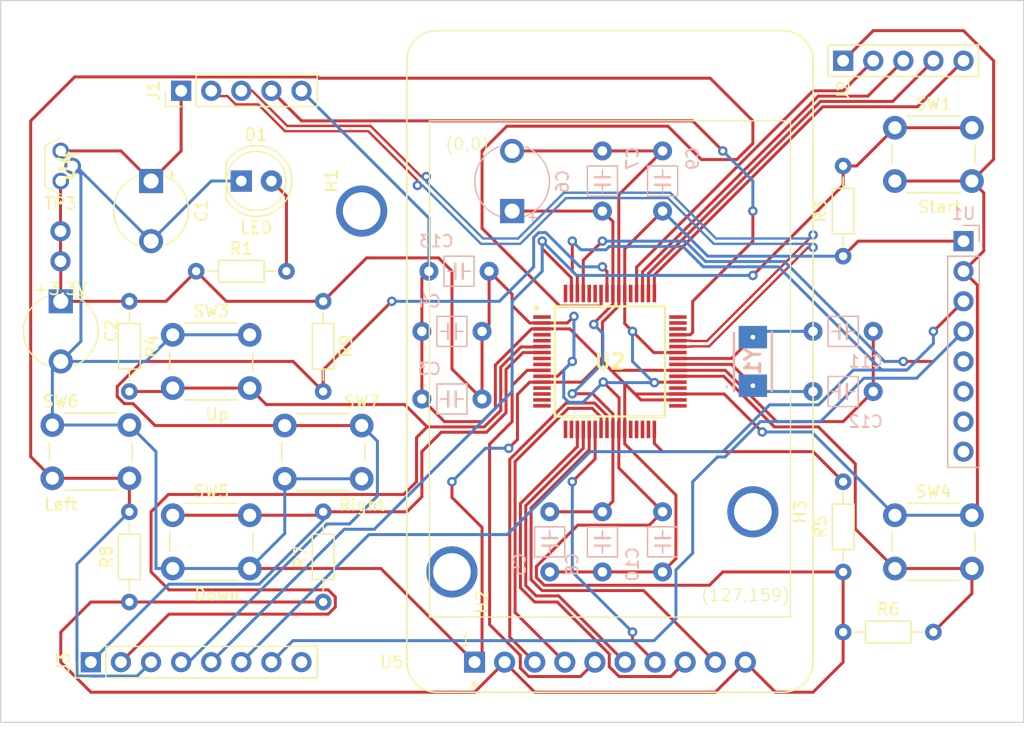
<source format=kicad_pcb>
(kicad_pcb (version 20221018) (generator pcbnew)
  (layers (0 "F.Cu" signal) (31 "B.Cu" signal) (34 "B.Paste" user) (35 "F.Paste" user) (36 "B.SilkS" user "B.Silkscreen") (37 "F.SilkS" user "F.Silkscreen") (38 "B.Mask" user) (39 "F.Mask" user) (44 "Edge.Cuts" user))
  (net 0 "")
  (net 1 "GND")
  (net 2 "+3V3")
  (net 3 "/LDO")
  (net 4 "/OSC1")
  (net 5 "/OSC2")
  (net 6 "Net-(D1-A)")
  (net 10 "/TCK")
  (net 11 "/TMS")
  (net 12 "/TDI")
  (net 13 "/TDO")
  (net 14 "PA5")
  (net 15 "PA4")
  (net 16 "PA2")
  (net 17 "PD3")
  (net 18 "PD1")
  (net 19 "PD0")
  (net 20 "PE1")
  (net 21 "PE0")
  (net 22 "PE3")
  (net 23 "PE2")
  (net 24 "Net-(U2-~{WAKE})")
  (net 25 "/Reset")
  (net 26 "PB6")
  (net 27 "PB7")
  (net 28 "PF4")
  (net 29 "PD7")
  (net 30 "PC7")
  (net 31 "PC6")
  (net 32 "PC5")
  (net 33 "PC4")
  (net 34 "PA0")
  (net 35 "PA1")
  (net 36 "PA3")
  (net 37 "PA6")
  (net 38 "PA7")
  (net 39 "PF0")
  (net 40 "PF1")
  (net 41 "PF2")
  (net 42 "PF3")
  (net 45 "Net-(J1-Pin_1)")
  (net 46 "PB0")
  (net 47 "PB1")
  (net 48 "PB2")
  (net 49 "PB3")
  (net 50 "PD6")
  (net 51 "PB5")
  (net 52 "PB4")
  (net 53 "PE4")
  (net 54 "PE5")
  (net 55 "PD2")
  (net 59 "D-")
  (net 60 "D+")
  (footprint "ECE445L:LED_D5.0mm" (layer "F.Cu") (at 121.92 63.5)
    (fp_text reference "D1")
    (fp_text value "LED")
  )
  (footprint "Connector_PinHeader_2.54mm:PinHeader_1x05_P2.54mm_Vertical" (layer "F.Cu") (at 116.84 55.88 90)
    (fp_text reference "J1")
    (fp_text value "Conn_01x05")
  )
  (footprint "ECE445L:R_Axial_DIN0204_L3.6mm_D1.6mm_P7.62mm_Horizontal" (layer "F.Cu") (at 128.83 73.66 -90)
    (fp_text reference "R9")
    (fp_text value "10k")
  )
  (footprint "ECE445L:CP_Radial_Tantal200mil" (layer "F.Cu") (at 114.3 63.5 -90)
    (fp_text reference "C1")
    (fp_text value "4.7uF")
  )
  (footprint "ECE445L:SW_PUSH_6mm" (layer "F.Cu") (at 116.13 76.49)
    (fp_text reference "SW3")
    (fp_text value "Up")
  )
  (footprint "ECE445L:SW_PUSH_6mm" (layer "F.Cu") (at 125.583076 84.152532)
    (fp_text reference "SW7")
    (fp_text value "Right")
  )
  (footprint "ECE445L:R_Axial_DIN0204_L3.6mm_D1.6mm_P7.62mm_Horizontal" (layer "F.Cu") (at 112.47 99.06 90)
    (fp_text reference "R8")
    (fp_text value "10k")
  )
  (footprint "ECE445L:CP_Radial_Tantal200mil" (layer "F.Cu") (at 106.68 73.66 -90)
    (fp_text reference "C2")
    (fp_text value "4.7uF")
  )
  (footprint "ECE445L:R_Axial_DIN0204_L3.6mm_D1.6mm_P7.62mm_Horizontal" (layer "F.Cu") (at 112.47 73.66 -90)
    (fp_text reference "R4")
    (fp_text value "10k")
  )
  (footprint "ECE445L:adafruit_st7735r2" (layer "F.Cu") (at 153.035 78.74)
    (fp_text reference "U5")
    (fp_text value "Adafruit ST7735R")
  )
  (footprint "ECE445L:TL431CLPM" (layer "F.Cu") (at 106.68 63.5 90)
    (fp_text reference "U4")
    (fp_text value "LP2950-33LPRE3" hide)
  )
  (footprint "ECE445L:R_Axial_DIN0204_L3.6mm_D1.6mm_P7.62mm_Horizontal" (layer "F.Cu") (at 172.72 69.85 90)
    (fp_text reference "R3")
    (fp_text value "10k")
  )
  (footprint "ECE445L:R_Axial_DIN0204_L3.6mm_D1.6mm_P7.62mm_Horizontal" (layer "F.Cu") (at 172.72 101.6)
    (fp_text reference "R6")
    (fp_text value "10k")
  )
  (footprint "ECE445L:MountingHole_4_40" (layer "F.Cu") (at 132.08 66.04 -90)
    (fp_text reference "H1")
    (fp_text value "~")
  )
  (footprint "Button_Switch_THT:SW_PUSH_6mm" (layer "F.Cu") (at 177.09 91.73)
    (fp_text reference "SW4")
    (fp_text value "Reset")
  )
  (footprint "ECE445L:R_Axial_DIN0204_L3.6mm_D1.6mm_P7.62mm_Horizontal" (layer "F.Cu") (at 118.11 71.12)
    (fp_text reference "R1")
    (fp_text value "470")
  )
  (footprint "ECE445L:SW_PUSH_6mm" (layer "F.Cu") (at 116.13 91.73)
    (fp_text reference "SW5")
    (fp_text value "Down")
  )
  (footprint "ECE445L:QFP50P1200X1200X160-64N" (layer "F.Cu") (at 153.035 78.74)
    (fp_text reference "U2")
    (fp_text value "TM4C123GH6PMIR" hide)
  )
  (footprint "ECE445L:Testpoint_1x02_P2.54mm" (layer "F.Cu") (at 106.657255 67.738469)
    (fp_text reference "TP3")
    (fp_text value "+3.3V")
  )
  (footprint "ECE445L:R_Axial_DIN0204_L3.6mm_D1.6mm_P7.62mm_Horizontal" (layer "F.Cu") (at 128.83 99.06 90)
    (fp_text reference "R7")
    (fp_text value "10k")
  )
  (footprint "ECE445L:MountingHole_4_40" (layer "F.Cu") (at 139.7 96.52 -90)
    (fp_text reference "H2")
    (fp_text value "~")
  )
  (footprint "ECE445L:SW_PUSH_6mm" (layer "F.Cu") (at 105.97 84.11)
    (fp_text reference "SW6")
    (fp_text value "Left")
  )
  (footprint "ECE445L:R_Axial_DIN0204_L3.6mm_D1.6mm_P7.62mm_Horizontal" (layer "F.Cu") (at 172.72 96.52 90)
    (fp_text reference "R5")
    (fp_text value "1M")
  )
  (footprint "ECE445L:PinHeader_1x05_P2.54mm_Vertical" (layer "F.Cu") (at 172.72 53.34 90)
    (fp_text reference "J2")
    (fp_text value "JTAG")
  )
  (footprint "Connector_PinHeader_2.54mm:PinHeader_1x08_P2.54mm_Vertical" (layer "F.Cu") (at 109.22 104.14 90)
    (fp_text reference "J3")
    (fp_text value "Conn_01x08_Pin")
  )
  (footprint "ECE445L:SW_PUSH_6mm" (layer "F.Cu") (at 177.09 59)
    (fp_text reference "SW1")
    (fp_text value "Start")
  )
  (footprint "ECE445L:MountingHole_4_40" (layer "F.Cu") (at 165.1 91.44 -90)
    (fp_text reference "H3")
    (fp_text value "~")
  )
  (footprint "ECE445L:C_Axial_200mil" (layer "B.Cu") (at 152.4 91.44 -90)
    (fp_text reference "C8")
    (fp_text value "0.1uF")
  )
  (footprint "Connector_PinHeader_2.54mm:PinHeader_1x08_P2.54mm_Vertical" (layer "B.Cu") (at 182.88 68.58 180)
    (fp_text reference "U1")
    (fp_text value "MPU-6050")
  )
  (footprint "ECE445L:C_Axial_200mil" (layer "B.Cu") (at 152.4 66.04 90)
    (fp_text reference "C7")
    (fp_text value "0.1uF")
  )
  (footprint "ECE445L:C_Axial_200mil" (layer "B.Cu") (at 142.24 81.915 180)
    (fp_text reference "C3")
    (fp_text value "0.01uF")
  )
  (footprint "ECE445L:C_Axial_200mil" (layer "B.Cu") (at 147.955 91.44 -90)
    (fp_text reference "C5")
    (fp_text value "1uF")
  )
  (footprint "ECE445L:C_Axial_200mil" (layer "B.Cu") (at 142.837226 71.12 180)
    (fp_text reference "C13")
    (fp_text value "1uF")
  )
  (footprint "ECE445L:ABM3" (layer "B.Cu") (at 165.1 78.74 90)
    (fp_text reference "Y1")
    (fp_text value "ABM3-16.000MHZ-B2-T" hide)
  )
  (footprint "ECE445L:C_Axial_200mil" (layer "B.Cu") (at 157.48 66.04 90)
    (fp_text reference "C9")
    (fp_text value "0.1uF")
  )
  (footprint "ECE445L:C_Axial_200mil" (layer "B.Cu") (at 157.48 91.44 -90)
    (fp_text reference "C10")
    (fp_text value "0.01uF")
  )
  (footprint "ECE445L:C_Axial_200mil" (layer "B.Cu") (at 170.18 76.2)
    (fp_text reference "C11")
    (fp_text value "10pF C0G")
  )
  (footprint "ECE445L:CP_Radial_Tantal200mil" (layer "B.Cu") (at 144.78 66.04 90)
    (fp_text reference "C6")
    (fp_text value "2.2uF")
  )
  (footprint "ECE445L:C_Axial_200mil" (layer "B.Cu") (at 142.24 76.2 180)
    (fp_text reference "C4")
    (fp_text value "0.1uF")
  )
  (footprint "ECE445L:C_Axial_200mil" (layer "B.Cu") (at 170.18 81.28)
    (fp_text reference "C12")
    (fp_text value "10pF C0G")
  )
  (gr_rect (start 101.6 48.26) (end 187.96 109.22) (stroke (width 0.1)) (fill none) (layer "Edge.Cuts"))
  (segment (start 157.48 96.52) (end 158.605 95.395) (width 0.25) (layer "F.Cu") (net 1))
  (segment (start 153.15 79.49) (end 152.4 78.74) (width 0.25) (layer "F.Cu") (net 1))
  (segment (start 165.886549 84.695153) (end 162.681396 81.49) (width 0.25) (layer "F.Cu") (net 1))
  (segment (start 162.681396 81.49) (end 158.773 81.49) (width 0.25) (layer "F.Cu") (net 1))
  (segment (start 182.88 50.8) (end 175.26 50.8) (width 0.25) (layer "F.Cu") (net 1))
  (segment (start 137.16 76.2) (end 137.16 71.717226) (width 0.25) (layer "F.Cu") (net 1))
  (segment (start 184.055 91.265) (end 183.59 91.73) (width 0.25) (layer "F.Cu") (net 1))
  (segment (start 183.59 63.5) (end 185.42 61.67) (width 0.25) (layer "F.Cu") (net 1))
  (segment (start 137.16 71.717226) (end 137.757226 71.12) (width 0.25) (layer "F.Cu") (net 1))
  (segment (start 152.4 60.96) (end 144.78 60.96) (width 0.25) (layer "F.Cu") (net 1))
  (segment (start 143.365 79.042208) (end 146.417208 75.99) (width 0.25) (layer "F.Cu") (net 1))
  (segment (start 153.785 73.002) (end 153.785 64.655) (width 0.25) (layer "F.Cu") (net 1))
  (segment (start 145.23 81.5195) (end 146.2595 80.49) (width 0.25) (layer "F.Cu") (net 1))
  (segment (start 184.59 69.41) (end 184.59 64.5) (width 0.25) (layer "F.Cu") (net 1))
  (segment (start 152.4 78.74) (end 155.65 81.99) (width 0.25) (layer "F.Cu") (net 1))
  (segment (start 150.65 80.49) (end 147.297 80.49) (width 0.25) (layer "F.Cu") (net 1))
  (segment (start 185.42 53.34) (end 182.88 50.8) (width 0.25) (layer "F.Cu") (net 1))
  (segment (start 153.785 64.655) (end 157.48 60.96) (width 0.25) (layer "F.Cu") (net 1))
  (segment (start 133.695 96.23) (end 122.63 96.23) (width 0.25) (layer "F.Cu") (net 1))
  (segment (start 142.24 103.505) (end 142.24 92.765) (width 0.25) (layer "F.Cu") (net 1))
  (segment (start 149.65 75.99) (end 147.297 75.99) (width 0.25) (layer "F.Cu") (net 1))
  (segment (start 183.59 63.5) (end 177.09 63.5) (width 0.25) (layer "F.Cu") (net 1))
  (segment (start 153.785 74.0395) (end 152.4 75.4245) (width 0.25) (layer "F.Cu") (net 1))
  (segment (start 185.42 61.67) (end 185.42 53.34) (width 0.25) (layer "F.Cu") (net 1))
  (segment (start 142.24 83.82) (end 143.365 82.695) (width 0.25) (layer "F.Cu") (net 1))
  (segment (start 139.7 90.225) (end 139.7 88.9) (width 0.25) (layer "F.Cu") (net 1))
  (segment (start 137.16 81.915) (end 139.065 83.82) (width 0.25) (layer "F.Cu") (net 1))
  (segment (start 167.104695 83.82) (end 172.72 83.82) (width 0.25) (layer "F.Cu") (net 1))
  (segment (start 144.491899 86.071899) (end 145.23 85.333798) (width 0.25) (layer "F.Cu") (net 1))
  (segment (start 158.605 95.395) (end 158.605 90.025) (width 0.25) (layer "F.Cu") (net 1))
  (segment (start 141.605 104.14) (end 142.24 103.505) (width 0.25) (layer "F.Cu") (net 1))
  (segment (start 162.774695 79.49) (end 167.104695 83.82) (width 0.25) (layer "F.Cu") (net 1))
  (segment (start 141.605 104.14) (end 133.695 96.23) (width 0.25) (layer "F.Cu") (net 1))
  (segment (start 145.23 85.333798) (end 145.23 81.5195) (width 0.25) (layer "F.Cu") (net 1))
  (segment (start 155.65 81.99) (end 158.773 81.99) (width 0.25) (layer "F.Cu") (net 1))
  (segment (start 137.16 81.915) (end 137.16 76.2) (width 0.25) (layer "F.Cu") (net 1))
  (segment (start 175.26 50.8) (end 172.72 53.34) (width 0.25) (layer "F.Cu") (net 1))
  (segment (start 158.773 79.49) (end 162.774695 79.49) (width 0.25) (layer "F.Cu") (net 1))
  (segment (start 154.285 80.625) (end 154.285 84.478) (width 0.25) (layer "F.Cu") (net 1))
  (segment (start 143.365 82.695) (end 143.365 79.042208) (width 0.25) (layer "F.Cu") (net 1))
  (segment (start 146.2595 80.49) (end 147.297 80.49) (width 0.25) (layer "F.Cu") (net 1))
  (segment (start 158.773 81.49) (end 155.15 81.49) (width 0.25) (layer "F.Cu") (net 1))
  (segment (start 146.417208 75.99) (end 147.297 75.99) (width 0.25) (layer "F.Cu") (net 1))
  (segment (start 139.065 83.82) (end 142.24 83.82) (width 0.25) (layer "F.Cu") (net 1))
  (segment (start 154.285 85.705) (end 154.285 84.478) (width 0.25) (layer "F.Cu") (net 1))
  (segment (start 153.785 73.002) (end 153.785 74.0395) (width 0.25) (layer "F.Cu") (net 1))
  (segment (start 175.26 81.28) (end 175.26 76.2) (width 0.25) (layer "F.Cu") (net 1))
  (segment (start 182.88 71.12) (end 184.055 72.295) (width 0.25) (layer "F.Cu") (net 1))
  (segment (start 172.72 83.82) (end 175.26 81.28) (width 0.25) (layer "F.Cu") (net 1))
  (segment (start 157.48 96.52) (end 152.4 96.52) (width 0.25) (layer "F.Cu") (net 1))
  (segment (start 182.88 71.12) (end 184.59 69.41) (width 0.25) (layer "F.Cu") (net 1))
  (segment (start 158.773 79.49) (end 153.15 79.49) (width 0.25) (layer "F.Cu") (net 1))
  (segment (start 158.605 90.025) (end 154.285 85.705) (width 0.25) (layer "F.Cu") (net 1))
  (segment (start 152.4 78.74) (end 154.285 80.625) (width 0.25) (layer "F.Cu") (net 1))
  (segment (start 184.59 64.5) (end 183.59 63.5) (width 0.25) (layer "F.Cu") (net 1))
  (segment (start 152.4 78.74) (end 150.65 80.49) (width 0.25) (layer "F.Cu") (net 1))
  (segment (start 152.4 78.74) (end 149.65 75.99) (width 0.25) (layer "F.Cu") (net 1))
  (segment (start 152.4 96.52) (end 147.955 96.52) (width 0.25) (layer "F.Cu") (net 1))
  (segment (start 155.15 81.49) (end 154.285 80.625) (width 0.25) (layer "F.Cu") (net 1))
  (segment (start 184.055 72.295) (end 184.055 91.265) (width 0.25) (layer "F.Cu") (net 1))
  (segment (start 142.24 92.765) (end 139.7 90.225) (width 0.25) (layer "F.Cu") (net 1))
  (segment (start 157.48 60.96) (end 152.4 60.96) (width 0.25) (layer "F.Cu") (net 1))
  (segment (start 152.4 75.4245) (end 152.4 78.74) (width 0.25) (layer "F.Cu") (net 1))
  (via (at 165.886549 84.695153) (size 0.8) (drill 0.4) (layers "F.Cu" "B.Cu") (net 1))
  (via (at 139.7 88.9) (size 0.8) (drill 0.4) (layers "F.Cu" "B.Cu") (net 1))
  (via (at 144.491899 86.071899) (size 0.8) (drill 0.4) (layers "F.Cu" "B.Cu") (net 1))
  (segment (start 177.09 91.73) (end 183.59 91.73) (width 0.25) (layer "B.Cu") (net 1))
  (segment (start 119.38 63.5) (end 114.3 68.58) (width 0.25) (layer "B.Cu") (net 1))
  (segment (start 116.13 96.23) (end 114.715787 96.23) (width 0.25) (layer "B.Cu") (net 1))
  (segment (start 107.68 62.23) (end 108.38 62.93) (width 0.25) (layer "B.Cu") (net 1))
  (segment (start 122.63 96.23) (end 116.13 96.23) (width 0.25) (layer "B.Cu") (net 1))
  (segment (start 114.715787 86.355787) (end 112.47 84.11) (width 0.25) (layer "B.Cu") (net 1))
  (segment (start 175.26 89.9) (end 177.09 91.73) (width 0.25) (layer "B.Cu") (net 1))
  (segment (start 106.68 78.74) (end 113.88 78.74) (width 0.25) (layer "B.Cu") (net 1))
  (segment (start 125.583076 93.276924) (end 122.63 96.23) (width 0.25) (layer "B.Cu") (net 1))
  (segment (start 125.583076 88.652532) (end 125.583076 93.276924) (width 0.25) (layer "B.Cu") (net 1))
  (segment (start 175.26 89.9) (end 170.055153 84.695153) (width 0.25) (layer "B.Cu") (net 1))
  (segment (start 142.528101 86.071899) (end 144.491899 86.071899) (width 0.25) (layer "B.Cu") (net 1))
  (segment (start 137.757226 71.12) (end 137.757226 66.637226) (width 0.25) (layer "B.Cu") (net 1))
  (segment (start 121.92 63.5) (end 119.38 63.5) (width 0.25) (layer "B.Cu") (net 1))
  (segment (start 112.47 84.11) (end 105.97 84.11) (width 0.25) (layer "B.Cu") (net 1))
  (segment (start 170.055153 84.695153) (end 165.886549 84.695153) (width 0.25) (layer "B.Cu") (net 1))
  (segment (start 113.88 78.74) (end 116.13 76.49) (width 0.25) (layer "B.Cu") (net 1))
  (segment (start 137.757226 66.637226) (end 127 55.88) (width 0.25) (layer "B.Cu") (net 1))
  (segment (start 132.083076 88.652532) (end 125.583076 88.652532) (width 0.25) (layer "B.Cu") (net 1))
  (segment (start 114.3 68.58) (end 107.95 62.23) (width 0.25) (layer "B.Cu") (net 1))
  (segment (start 139.7 88.9) (end 142.528101 86.071899) (width 0.25) (layer "B.Cu") (net 1))
  (segment (start 108.38 62.93) (end 108.38 77.04) (width 0.25) (layer "B.Cu") (net 1))
  (segment (start 116.13 76.49) (end 122.63 76.49) (width 0.25) (layer "B.Cu") (net 1))
  (segment (start 114.715787 96.23) (end 114.715787 86.355787) (width 0.25) (layer "B.Cu") (net 1))
  (segment (start 107.95 62.23) (end 107.68 62.23) (width 0.25) (layer "B.Cu") (net 1))
  (segment (start 108.38 77.04) (end 106.68 78.74) (width 0.25) (layer "B.Cu") (net 1))
  (segment (start 105.97 79.45) (end 106.68 78.74) (width 0.25) (layer "B.Cu") (net 1))
  (segment (start 105.97 84.11) (end 105.97 79.45) (width 0.25) (layer "B.Cu") (net 1))
  (segment (start 106.68 73.66) (end 112.47 73.66) (width 0.25) (layer "F.Cu") (net 2))
  (segment (start 157.48 66.04) (end 154.285 69.235) (width 0.25) (layer "F.Cu") (net 2))
  (segment (start 106.68 104.14) (end 106.68 101.6) (width 0.25) (layer "F.Cu") (net 2))
  (segment (start 142.837226 71.12) (end 142.837226 75.602774) (width 0.25) (layer "F.Cu") (net 2))
  (segment (start 120.65 73.66) (end 118.11 71.12) (width 0.25) (layer "F.Cu") (net 2))
  (segment (start 106.657255 63.522745) (end 106.68 63.5) (width 0.25) (layer "F.Cu") (net 2))
  (segment (start 106.68 101.6) (end 109.22 99.06) (width 0.25) (layer "F.Cu") (net 2))
  (segment (start 144.78 73.062774) (end 142.837226 71.12) (width 0.25) (layer "F.Cu") (net 2))
  (segment (start 115.57 73.66) (end 118.11 71.12) (width 0.25) (layer "F.Cu") (net 2))
  (segment (start 147.489009 97.645) (end 161.435 97.645) (width 0.25) (layer "F.Cu") (net 2))
  (segment (start 112.47 99.06) (end 128.83 99.06) (width 0.25) (layer "F.Cu") (net 2))
  (segment (start 146.83 96.985991) (end 147.489009 97.645) (width 0.25) (layer "F.Cu") (net 2))
  (segment (start 153.81 81.818392) (end 153.81 84.453) (width 0.25) (layer "F.Cu") (net 2))
  (segment (start 167.005 106.68) (end 170.18 106.68) (width 0.25) (layer "F.Cu") (net 2))
  (segment (start 144.145 104.14) (end 141.605 106.68) (width 0.25) (layer "F.Cu") (net 2))
  (segment (start 141.605 106.68) (end 139.7 106.68) (width 0.25) (layer "F.Cu") (net 2))
  (segment (start 106.68 70.301214) (end 106.657255 70.278469) (width 0.25) (layer "F.Cu") (net 2))
  (segment (start 161.925 106.68) (end 164.465 104.14) (width 0.25) (layer "F.Cu") (net 2))
  (segment (start 154.94 76.2) (end 156.73 77.99) (width 0.25) (layer "F.Cu") (net 2))
  (segment (start 139.7 71.12) (end 139.7 79.375) (width 0.25) (layer "F.Cu") (net 2))
  (segment (start 157.48 91.44) (end 153.785 87.745) (width 0.25) (layer "F.Cu") (net 2))
  (segment (start 142.837226 75.602774) (end 142.24 76.2) (width 0.25) (layer "F.Cu") (net 2))
  (segment (start 172.72 101.6) (end 172.72 96.52) (width 0.25) (layer "F.Cu") (net 2))
  (segment (start 147.297 75.49) (end 146.2595 75.49) (width 0.25) (layer "F.Cu") (net 2))
  (segment (start 112.47 73.66) (end 115.57 73.66) (width 0.25) (layer "F.Cu") (net 2))
  (segment (start 153.81 84.453) (end 153.785 84.478) (width 0.25) (layer "F.Cu") (net 2))
  (segment (start 147.297 75.49) (end 149.440625 75.49) (width 0.25) (layer "F.Cu") (net 2))
  (segment (start 149.86 78.74) (end 148.61 79.99) (width 0.25) (layer "F.Cu") (net 2))
  (segment (start 152.475566 80.483958) (end 153.81 81.818392) (width 0.25) (layer "F.Cu") (net 2))
  (segment (start 146.2595 75.49) (end 144.78 74.0105) (width 0.25) (layer "F.Cu") (net 2))
  (segment (start 154.94 76.2) (end 154.285 75.545) (width 0.25) (layer "F.Cu") (net 2))
  (segment (start 106.657255 70.278469) (end 106.657255 67.738469) (width 0.25) (layer "F.Cu") (net 2))
  (segment (start 146.83 96.054009) (end 146.83 96.985991) (width 0.25) (layer "F.Cu") (net 2))
  (segment (start 154.285 75.545) (end 154.285 73.002) (width 0.25) (layer "F.Cu") (net 2))
  (segment (start 149.440625 75.49) (end 149.996464 74.934161) (width 0.25) (layer "F.Cu") (net 2))
  (segment (start 142.24 76.2) (end 142.24 81.915) (width 0.25) (layer "F.Cu") (net 2))
  (segment (start 153.785 87.745) (end 153.785 84.478) (width 0.25) (layer "F.Cu") (net 2))
  (segment (start 146.685 106.68) (end 161.925 106.68) (width 0.25) (layer "F.Cu") (net 2))
  (segment (start 156.82979 80.49) (end 156.790344 80.529446) (width 0.25) (layer "F.Cu") (net 2))
  (segment (start 148.61 79.99) (end 147.297 79.99) (width 0.25) (layer "F.Cu") (net 2))
  (segment (start 173.99 68.58) (end 172.72 69.85) (width 0.25) (layer "F.Cu") (net 2))
  (segment (start 106.68 73.66) (end 106.68 70.301214) (width 0.25) (layer "F.Cu") (net 2))
  (segment (start 139.7 106.68) (end 109.22 106.68) (width 0.25) (layer "F.Cu") (net 2))
  (segment (start 139.7 79.375) (end 142.24 81.915) (width 0.25) (layer "F.Cu") (net 2))
  (segment (start 144.78 74.0105) (end 144.78 73.062774) (width 0.25) (layer "F.Cu") (net 2))
  (segment (start 162.56 96.52) (end 172.72 96.52) (width 0.25) (layer "F.Cu") (net 2))
  (segment (start 128.83 73.66) (end 132.495 69.995) (width 0.25) (layer "F.Cu") (net 2))
  (segment (start 144.145 104.14) (end 146.685 106.68) (width 0.25) (layer "F.Cu") (net 2))
  (segment (start 158.773 80.49) (end 156.82979 80.49) (width 0.25) (layer "F.Cu") (net 2))
  (segment (start 138.575 69.995) (end 139.7 71.12) (width 0.25) (layer "F.Cu") (net 2))
  (segment (start 150.319009 92.565) (end 146.83 96.054009) (width 0.25) (layer "F.Cu") (net 2))
  (segment (start 182.88 68.58) (end 173.99 68.58) (width 0.25) (layer "F.Cu") (net 2))
  (segment (start 106.657255 67.738469) (end 106.657255 63.522745) (width 0.25) (layer "F.Cu") (net 2))
  (segment (start 109.22 106.68) (end 106.68 104.14) (width 0.25) (layer "F.Cu") (net 2))
  (segment (start 170.18 106.68) (end 172.72 104.14) (width 0.25) (layer "F.Cu") (net 2))
  (segment (start 109.22 99.06) (end 112.47 99.06) (width 0.25) (layer "F.Cu") (net 2))
  (segment (start 132.495 69.995) (end 138.575 69.995) (width 0.25) (layer "F.Cu") (net 2))
  (segment (start 157.48 91.44) (end 156.355 92.565) (width 0.25) (layer "F.Cu") (net 2))
  (segment (start 164.465 104.14) (end 167.005 106.68) (width 0.25) (layer "F.Cu") (net 2))
  (segment (start 154.285 69.235) (end 154.285 73.002) (width 0.25) (layer "F.Cu") (net 2))
  (segment (start 161.435 97.645) (end 162.56 96.52) (width 0.25) (layer "F.Cu") (net 2))
  (segment (start 128.83 73.66) (end 120.65 73.66) (width 0.25) (layer "F.Cu") (net 2))
  (segment (start 156.73 77.99) (end 158.773 77.99) (width 0.25) (layer "F.Cu") (net 2))
  (segment (start 156.355 92.565) (end 150.319009 92.565) (width 0.25) (layer "F.Cu") (net 2))
  (segment (start 172.72 104.14) (end 172.72 101.6) (width 0.25) (layer "F.Cu") (net 2))
  (via (at 152.475566 80.483958) (size 0.8) (drill 0.4) (layers "F.Cu" "B.Cu") (net 2))
  (via (at 149.86 78.74) (size 0.8) (drill 0.4) (layers "F.Cu" "B.Cu") (net 2))
  (via (at 149.996464 74.934161) (size 0.8) (drill 0.4) (layers "F.Cu" "B.Cu") (net 2))
  (via (at 156.790344 80.529446) (size 0.8) (drill 0.4) (layers "F.Cu" "B.Cu") (net 2))
  (via (at 154.94 76.2) (size 0.8) (drill 0.4) (layers "F.Cu" "B.Cu") (net 2))
  (segment (start 156.790344 80.529446) (end 156.729446 80.529446) (width 0.25) (layer "B.Cu") (net 2))
  (segment (start 149.135 79.465) (end 149.86 78.74) (width 0.25) (layer "B.Cu") (net 2))
  (segment (start 156.790344 80.529446) (end 152.521054 80.529446) (width 0.25) (layer "B.Cu") (net 2))
  (segment (start 161.29 69.85) (end 157.48 66.04) (width 0.25) (layer "B.Cu") (net 2))
  (segment (start 150.765238 82.194286) (end 149.559695 82.194286) (width 0.25) (layer "B.Cu") (net 2))
  (segment (start 149.996464 74.934161) (end 149.996464 78.603536) (width 0.25) (layer "B.Cu") (net 2))
  (segment (start 149.559695 82.194286) (end 149.135 81.769591) (width 0.25) (layer "B.Cu") (net 2))
  (segment (start 156.729446 80.529446) (end 154.94 78.74) (width 0.25) (layer "B.Cu") (net 2))
  (segment (start 152.475566 80.483958) (end 150.765238 82.194286) (width 0.25) (layer "B.Cu") (net 2))
  (segment (start 149.135 81.769591) (end 149.135 79.465) (width 0.25) (layer "B.Cu") (net 2))
  (segment (start 152.521054 80.529446) (end 152.475566 80.483958) (width 0.25) (layer "B.Cu") (net 2))
  (segment (start 149.996464 78.603536) (end 149.86 78.74) (width 0.25) (layer "B.Cu") (net 2))
  (segment (start 154.94 78.74) (end 154.94 76.2) (width 0.25) (layer "B.Cu") (net 2))
  (segment (start 172.72 69.85) (end 161.29 69.85) (width 0.25) (layer "B.Cu") (net 2))
  (segment (start 151.586578 81.469286) (end 153.285 83.167708) (width 0.25) (layer "F.Cu") (net 3))
  (segment (start 152.4 66.04) (end 153.285 66.925) (width 0.25) (layer "F.Cu") (net 3))
  (segment (start 153.285 66.925) (end 153.285 73.002) (width 0.25) (layer "F.Cu") (net 3))
  (segment (start 144.78 66.04) (end 152.4 66.04) (width 0.25) (layer "F.Cu") (net 3))
  (segment (start 153.285 83.167708) (end 153.285 84.478) (width 0.25) (layer "F.Cu") (net 3))
  (segment (start 153.285 73.002) (end 153.285 73.903104) (width 0.25) (layer "F.Cu") (net 3))
  (segment (start 147.955 91.44) (end 152.4 91.44) (width 0.25) (layer "F.Cu") (net 3))
  (segment (start 153.285 90.555) (end 153.285 84.478) (width 0.25) (layer "F.Cu") (net 3))
  (segment (start 153.285 73.903104) (end 151.675 75.513104) (width 0.25) (layer "F.Cu") (net 3))
  (segment (start 152.4 91.44) (end 153.285 90.555) (width 0.25) (layer "F.Cu") (net 3))
  (segment (start 151.675 75.513104) (end 151.675 75.610896) (width 0.25) (layer "F.Cu") (net 3))
  (segment (start 149.86 81.469286) (end 151.586578 81.469286) (width 0.25) (layer "F.Cu") (net 3))
  (via (at 151.675 75.610896) (size 0.8) (drill 0.4) (layers "F.Cu" "B.Cu") (net 3))
  (via (at 149.86 81.469286) (size 0.8) (drill 0.4) (layers "F.Cu" "B.Cu") (net 3))
  (segment (start 149.86 81.469286) (end 152.434116 78.89517) (width 0.25) (layer "B.Cu") (net 3))
  (segment (start 152.434116 78.89517) (end 152.434116 76.370012) (width 0.25) (layer "B.Cu") (net 3))
  (segment (start 152.434116 76.370012) (end 151.675 75.610896) (width 0.25) (layer "B.Cu") (net 3))
  (segment (start 163.3 78.49) (end 158.773 78.49) (width 0.25) (layer "F.Cu") (net 4))
  (segment (start 165.1 76.69) (end 163.3 78.49) (width 0.25) (layer "F.Cu") (net 4))
  (via (at 165.1 76.69) (size 0.8) (drill 0.4) (layers "F.Cu" "B.Cu") (net 4))
  (segment (start 170.18 76.2) (end 165.59 76.2) (width 0.25) (layer "B.Cu") (net 4))
  (segment (start 165.59 76.2) (end 165.1 76.69) (width 0.25) (layer "B.Cu") (net 4))
  (segment (start 163.3 78.99) (end 158.773 78.99) (width 0.25) (layer "F.Cu") (net 5))
  (segment (start 165.1 80.79) (end 163.3 78.99) (width 0.25) (layer "F.Cu") (net 5))
  (via (at 165.1 80.79) (size 0.8) (drill 0.4) (layers "F.Cu" "B.Cu") (net 5))
  (segment (start 165.59 81.28) (end 165.1 80.79) (width 0.25) (layer "B.Cu") (net 5))
  (segment (start 170.18 81.28) (end 165.59 81.28) (width 0.25) (layer "B.Cu") (net 5))
  (segment (start 125.73 64.77) (end 124.46 63.5) (width 0.25) (layer "F.Cu") (net 6))
  (segment (start 125.73 71.12) (end 125.73 64.77) (width 0.25) (layer "F.Cu") (net 6))
  (segment (start 172.72 55.88) (end 170.18 55.88) (width 0.25) (layer "F.Cu") (net 10))
  (segment (start 175.26 53.34) (end 172.72 55.88) (width 0.25) (layer "F.Cu") (net 10))
  (segment (start 170.18 55.88) (end 155.285 70.775) (width 0.25) (layer "F.Cu") (net 10))
  (segment (start 155.285 70.775) (end 155.285 73.002) (width 0.25) (layer "F.Cu") (net 10))
  (segment (start 174.81 56.33) (end 170.625 56.33) (width 0.25) (layer "F.Cu") (net 11))
  (segment (start 170.625 56.33) (end 155.785 71.17) (width 0.25) (layer "F.Cu") (net 11))
  (segment (start 177.8 53.34) (end 174.81 56.33) (width 0.25) (layer "F.Cu") (net 11))
  (segment (start 155.785 71.17) (end 155.785 73.002) (width 0.25) (layer "F.Cu") (net 11))
  (segment (start 180.34 53.34) (end 176.9 56.78) (width 0.25) (layer "F.Cu") (net 12))
  (segment (start 170.811396 56.78) (end 156.285 71.306396) (width 0.25) (layer "F.Cu") (net 12))
  (segment (start 156.285 71.306396) (end 156.285 73.002) (width 0.25) (layer "F.Cu") (net 12))
  (segment (start 176.9 56.78) (end 170.811396 56.78) (width 0.25) (layer "F.Cu") (net 12))
  (segment (start 178.99 57.23) (end 170.997792 57.23) (width 0.25) (layer "F.Cu") (net 13))
  (segment (start 170.997792 57.23) (end 156.785 71.442792) (width 0.25) (layer "F.Cu") (net 13))
  (segment (start 156.785 71.442792) (end 156.785 73.002) (width 0.25) (layer "F.Cu") (net 13))
  (segment (start 182.88 53.34) (end 178.99 57.23) (width 0.25) (layer "F.Cu") (net 13))
  (segment (start 151.785 86.975) (end 151.785 84.478) (width 0.25) (layer "F.Cu") (net 14))
  (segment (start 149.86 88.9) (end 151.785 86.975) (width 0.25) (layer "F.Cu") (net 14))
  (segment (start 156.845 104.14) (end 154.94 102.235) (width 0.25) (layer "F.Cu") (net 14))
  (segment (start 154.94 102.235) (end 154.94 101.6) (width 0.25) (layer "F.Cu") (net 14))
  (via (at 154.94 101.6) (size 0.8) (drill 0.4) (layers "F.Cu" "B.Cu") (net 14))
  (via (at 149.86 88.9) (size 0.8) (drill 0.4) (layers "F.Cu" "B.Cu") (net 14))
  (segment (start 149.86 96.52) (end 149.86 88.9) (width 0.25) (layer "B.Cu") (net 14))
  (segment (start 154.94 101.6) (end 149.86 96.52) (width 0.25) (layer "B.Cu") (net 14))
  (segment (start 155.88 98.095) (end 147.302613 98.095) (width 0.25) (layer "F.Cu") (net 15))
  (segment (start 147.302613 98.095) (end 146.38 97.172387) (width 0.25) (layer "F.Cu") (net 15))
  (segment (start 146.38 97.172387) (end 146.38 91.112792) (width 0.25) (layer "F.Cu") (net 15))
  (segment (start 151.285 86.207792) (end 151.285 84.478) (width 0.25) (layer "F.Cu") (net 15))
  (segment (start 161.925 104.14) (end 155.88 98.095) (width 0.25) (layer "F.Cu") (net 15))
  (segment (start 146.38 91.112792) (end 151.285 86.207792) (width 0.25) (layer "F.Cu") (net 15))
  (segment (start 146.683604 99.06) (end 145.48 97.856396) (width 0.25) (layer "F.Cu") (net 16))
  (segment (start 159.385 104.14) (end 158.171 105.354) (width 0.25) (layer "F.Cu") (net 16))
  (segment (start 145.48 97.856396) (end 145.48 90.74) (width 0.25) (layer "F.Cu") (net 16))
  (segment (start 153.802144 105.354) (end 152.979 104.530856) (width 0.25) (layer "F.Cu") (net 16))
  (segment (start 158.171 105.354) (end 153.802144 105.354) (width 0.25) (layer "F.Cu") (net 16))
  (segment (start 148.588604 99.06) (end 146.683604 99.06) (width 0.25) (layer "F.Cu") (net 16))
  (segment (start 145.48 90.74) (end 150.285 85.935) (width 0.25) (layer "F.Cu") (net 16))
  (segment (start 150.285 85.935) (end 150.285 84.478) (width 0.25) (layer "F.Cu") (net 16))
  (segment (start 152.979 103.450396) (end 148.588604 99.06) (width 0.25) (layer "F.Cu") (net 16))
  (segment (start 152.979 104.530856) (end 152.979 103.450396) (width 0.25) (layer "F.Cu") (net 16))
  (segment (start 149.86 71.12) (end 150.285 71.545) (width 0.25) (layer "F.Cu") (net 18))
  (segment (start 150.285 71.545) (end 150.285 73.002) (width 0.25) (layer "F.Cu") (net 18))
  (segment (start 149.86 68.58) (end 149.86 71.12) (width 0.25) (layer "F.Cu") (net 18))
  (segment (start 182.88 73.66) (end 180.34 76.2) (width 0.25) (layer "F.Cu") (net 18))
  (via (at 149.86 68.58) (size 0.8) (drill 0.4) (layers "F.Cu" "B.Cu") (net 18))
  (via (at 180.34 76.2) (size 0.8) (drill 0.4) (layers "F.Cu" "B.Cu") (net 18))
  (segment (start 160.917208 70.75) (end 167.27 70.75) (width 0.25) (layer "B.Cu") (net 18))
  (segment (start 175.985 79.465) (end 178.100305 79.465) (width 0.25) (layer "B.Cu") (net 18))
  (segment (start 170.645991 82.405) (end 173.585991 79.465) (width 0.25) (layer "B.Cu") (net 18))
  (segment (start 152.700305 69.305) (end 152.975305 69.03) (width 0.25) (layer "B.Cu") (net 18))
  (segment (start 178.100305 79.465) (end 180.34 77.225305) (width 0.25) (layer "B.Cu") (net 18))
  (segment (start 166.515 82.405) (end 170.645991 82.405) (width 0.25) (layer "B.Cu") (net 18))
  (segment (start 159.197208 69.03) (end 160.917208 70.75) (width 0.25) (layer "B.Cu") (net 18))
  (segment (start 151.374695 86.36) (end 162.56 86.36) (width 0.25) (layer "B.Cu") (net 18))
  (segment (start 173.585991 79.465) (end 178.100305 79.465) (width 0.25) (layer "B.Cu") (net 18))
  (segment (start 144.369695 93.365) (end 151.374695 86.36) (width 0.25) (layer "B.Cu") (net 18))
  (segment (start 167.27 70.75) (end 175.985 79.465) (width 0.25) (layer "B.Cu") (net 18))
  (segment (start 132.695 93.365) (end 144.369695 93.365) (width 0.25) (layer "B.Cu") (net 18))
  (segment (start 150.585 69.305) (end 152.700305 69.305) (width 0.25) (layer "B.Cu") (net 18))
  (segment (start 121.92 104.14) (end 132.695 93.365) (width 0.25) (layer "B.Cu") (net 18))
  (segment (start 149.86 68.58) (end 150.585 69.305) (width 0.25) (layer "B.Cu") (net 18))
  (segment (start 162.56 86.36) (end 166.515 82.405) (width 0.25) (layer "B.Cu") (net 18))
  (segment (start 152.975305 69.03) (end 159.197208 69.03) (width 0.25) (layer "B.Cu") (net 18))
  (segment (start 180.34 77.225305) (end 180.34 76.2) (width 0.25) (layer "B.Cu") (net 18))
  (segment (start 152.4 68.58) (end 150.785 70.195) (width 0.25) (layer "F.Cu") (net 19))
  (segment (start 180.34 78.74) (end 177.8 78.74) (width 0.25) (layer "F.Cu") (net 19))
  (segment (start 182.88 76.2) (end 180.34 78.74) (width 0.25) (layer "F.Cu") (net 19))
  (segment (start 150.785 70.195) (end 150.785 73.002) (width 0.25) (layer "F.Cu") (net 19))
  (via (at 152.4 68.58) (size 0.8) (drill 0.4) (layers "F.Cu" "B.Cu") (net 19))
  (via (at 177.8 78.74) (size 0.8) (drill 0.4) (layers "F.Cu" "B.Cu") (net 19))
  (segment (start 152.4 68.58) (end 159.383604 68.58) (width 0.25) (layer "B.Cu") (net 19))
  (segment (start 160.02 94.929009) (end 160.02 88.9) (width 0.25) (layer "B.Cu") (net 19))
  (segment (start 126.275 102.325) (end 156.755 102.325) (width 0.25) (layer "B.Cu") (net 19))
  (segment (start 159.383604 68.58) (end 161.103604 70.3) (width 0.25) (layer "B.Cu") (net 19))
  (segment (start 156.755 102.325) (end 158.605 100.475) (width 0.25) (layer "B.Cu") (net 19))
  (segment (start 158.605 96.344009) (end 160.02 94.929009) (width 0.25) (layer "B.Cu") (net 19))
  (segment (start 174.481396 80.155) (end 178.925 80.155) (width 0.25) (layer "B.Cu") (net 19))
  (segment (start 124.46 104.14) (end 126.275 102.325) (width 0.25) (layer "B.Cu") (net 19))
  (segment (start 176.209009 78.74) (end 177.8 78.74) (width 0.25) (layer "B.Cu") (net 19))
  (segment (start 162.11 86.81) (end 162.746396 86.81) (width 0.25) (layer "B.Cu") (net 19))
  (segment (start 170.816396 83.82) (end 174.481396 80.155) (width 0.25) (layer "B.Cu") (net 19))
  (segment (start 165.736396 83.82) (end 170.816396 83.82) (width 0.25) (layer "B.Cu") (net 19))
  (segment (start 162.746396 86.81) (end 165.736396 83.82) (width 0.25) (layer "B.Cu") (net 19))
  (segment (start 178.925 80.155) (end 182.88 76.2) (width 0.25) (layer "B.Cu") (net 19))
  (segment (start 161.103604 70.3) (end 167.769009 70.3) (width 0.25) (layer "B.Cu") (net 19))
  (segment (start 160.02 88.9) (end 162.11 86.81) (width 0.25) (layer "B.Cu") (net 19))
  (segment (start 167.769009 70.3) (end 176.209009 78.74) (width 0.25) (layer "B.Cu") (net 19))
  (segment (start 158.605 100.475) (end 158.605 96.344009) (width 0.25) (layer "B.Cu") (net 19))
  (segment (start 143.815 82.881396) (end 143.815 79.228604) (width 0.25) (layer "F.Cu") (net 22))
  (segment (start 129.254569 100.085) (end 129.855 99.484569) (width 0.25) (layer "F.Cu") (net 22))
  (segment (start 129.855 99.484569) (end 129.855 98.635431) (width 0.25) (layer "F.Cu") (net 22))
  (segment (start 142.426396 84.27) (end 143.815 82.881396) (width 0.25) (layer "F.Cu") (net 22))
  (segment (start 115.815 98.035) (end 114.3 96.52) (width 0.25) (layer "F.Cu") (net 22))
  (segment (start 115.762468 89.977532) (end 135.632468 89.977532) (width 0.25) (layer "F.Cu") (net 22))
  (segment (start 124.020991 82.380991) (end 135.720991 82.380991) (width 0.25) (layer "F.Cu") (net 22))
  (segment (start 137.61 84.27) (end 142.426396 84.27) (width 0.25) (layer "F.Cu") (net 22))
  (segment (start 122.63 80.99) (end 124.020991 82.380991) (width 0.25) (layer "F.Cu") (net 22))
  (segment (start 136.71 88.9) (end 136.71 85.17) (width 0.25) (layer "F.Cu") (net 22))
  (segment (start 111.76 104.14) (end 115.815 100.085) (width 0.25) (layer "F.Cu") (net 22))
  (segment (start 114.3 96.52) (end 114.3 91.44) (width 0.25) (layer "F.Cu") (net 22))
  (segment (start 129.254569 98.035) (end 115.815 98.035) (width 0.25) (layer "F.Cu") (net 22))
  (segment (start 116.13 80.99) (end 122.63 80.99) (width 0.25) (layer "F.Cu") (net 22))
  (segment (start 145.528604 77.515) (end 147.32 77.515) (width 0.25) (layer "F.Cu") (net 22))
  (segment (start 114.3 91.44) (end 115.762468 89.977532) (width 0.25) (layer "F.Cu") (net 22))
  (segment (start 115.815 100.085) (end 129.254569 100.085) (width 0.25) (layer "F.Cu") (net 22))
  (segment (start 136.71 85.17) (end 137.61 84.27) (width 0.25) (layer "F.Cu") (net 22))
  (segment (start 147.32 77.515) (end 147.32 77.513) (width 0.25) (layer "F.Cu") (net 22))
  (segment (start 135.632468 89.977532) (end 136.71 88.9) (width 0.25) (layer "F.Cu") (net 22))
  (segment (start 147.32 77.513) (end 147.297 77.49) (width 0.25) (layer "F.Cu") (net 22))
  (segment (start 135.720991 82.380991) (end 137.61 84.27) (width 0.25) (layer "F.Cu") (net 22))
  (segment (start 112.47 81.28) (end 115.84 81.28) (width 0.25) (layer "F.Cu") (net 22))
  (segment (start 143.815 79.228604) (end 145.528604 77.515) (width 0.25) (layer "F.Cu") (net 22))
  (segment (start 115.84 81.28) (end 116.13 80.99) (width 0.25) (layer "F.Cu") (net 22))
  (segment (start 129.855 98.635431) (end 129.254569 98.035) (width 0.25) (layer "F.Cu") (net 22))
  (segment (start 128.83 91.44) (end 135.892792 91.44) (width 0.25) (layer "F.Cu") (net 23))
  (segment (start 116.13 91.73) (end 122.63 91.73) (width 0.25) (layer "F.Cu") (net 23))
  (segment (start 145.69 77.99) (end 147.297 77.99) (width 0.25) (layer "F.Cu") (net 23))
  (segment (start 137.16 86.36) (end 138.8 84.72) (width 0.25) (layer "F.Cu") (net 23))
  (segment (start 144.265 79.415) (end 145.69 77.99) (width 0.25) (layer "F.Cu") (net 23))
  (segment (start 138.8 84.72) (end 142.612792 84.72) (width 0.25) (layer "F.Cu") (net 23))
  (segment (start 135.892792 91.44) (end 137.16 90.172792) (width 0.25) (layer "F.Cu") (net 23))
  (segment (start 137.16 90.172792) (end 137.16 86.36) (width 0.25) (layer "F.Cu") (net 23))
  (segment (start 144.265 83.067792) (end 144.265 79.415) (width 0.25) (layer "F.Cu") (net 23))
  (segment (start 128.54 91.73) (end 128.83 91.44) (width 0.25) (layer "F.Cu") (net 23))
  (segment (start 142.612792 84.72) (end 144.265 83.067792) (width 0.25) (layer "F.Cu") (net 23))
  (segment (start 122.63 91.73) (end 128.54 91.73) (width 0.25) (layer "F.Cu") (net 23))
  (segment (start 115.805 97.555) (end 123.425 97.555) (width 0.25) (layer "B.Cu") (net 23))
  (segment (start 123.425 97.555) (end 128.83 92.15) (width 0.25) (layer "B.Cu") (net 23))
  (segment (start 128.83 92.15) (end 128.83 91.44) (width 0.25) (layer "B.Cu") (net 23))
  (segment (start 109.22 104.14) (end 115.805 97.555) (width 0.25) (layer "B.Cu") (net 23))
  (segment (start 156.785 85.665) (end 156.785 84.478) (width 0.25) (layer "F.Cu") (net 24))
  (segment (start 172.72 88.9) (end 170.18 86.36) (width 0.25) (layer "F.Cu") (net 24))
  (segment (start 157.48 86.36) (end 156.785 85.665) (width 0.25) (layer "F.Cu") (net 24))
  (segment (start 170.18 86.36) (end 157.48 86.36) (width 0.25) (layer "F.Cu") (net 24))
  (segment (start 173.745 87.385) (end 170.63 84.27) (width 0.25) (layer "F.Cu") (net 25))
  (segment (start 177.09 96.23) (end 173.745 92.885) (width 0.25) (layer "F.Cu") (net 25))
  (segment (start 183.59 98.35) (end 183.59 96.23) (width 0.25) (layer "F.Cu") (net 25))
  (segment (start 180.34 101.6) (end 183.59 98.35) (width 0.25) (layer "F.Cu") (net 25))
  (segment (start 162.638299 79.99) (end 158.773 79.99) (width 0.25) (layer "F.Cu") (net 25))
  (segment (start 170.63 84.27) (end 166.918299 84.27) (width 0.25) (layer "F.Cu") (net 25))
  (segment (start 177.09 96.23) (end 183.59 96.23) (width 0.25) (layer "F.Cu") (net 25))
  (segment (start 166.918299 84.27) (end 162.638299 79.99) (width 0.25) (layer "F.Cu") (net 25))
  (segment (start 173.745 92.885) (end 173.745 87.385) (width 0.25) (layer "F.Cu") (net 25))
  (segment (start 150.551 105.354) (end 146.182144 105.354) (width 0.25) (layer "F.Cu") (net 29))
  (segment (start 146.182144 105.354) (end 145.471 104.642856) (width 0.25) (layer "F.Cu") (net 29))
  (segment (start 142.876396 85.723604) (end 144.78 83.82) (width 0.25) (layer "F.Cu") (net 29))
  (segment (start 146.055 79.49) (end 147.297 79.49) (width 0.25) (layer "F.Cu") (net 29))
  (segment (start 145.471 104.642856) (end 145.471 103.562396) (width 0.25) (layer "F.Cu") (net 29))
  (segment (start 151.765 104.14) (end 150.551 105.354) (width 0.25) (layer "F.Cu") (net 29))
  (segment (start 142.876396 100.967792) (end 142.876396 85.723604) (width 0.25) (layer "F.Cu") (net 29))
  (segment (start 144.78 83.82) (end 144.78 80.765) (width 0.25) (layer "F.Cu") (net 29))
  (segment (start 145.471 103.562396) (end 142.876396 100.967792) (width 0.25) (layer "F.Cu") (net 29))
  (segment (start 144.78 80.765) (end 146.055 79.49) (width 0.25) (layer "F.Cu") (net 29))
  (segment (start 150.785 86.071396) (end 150.785 84.478) (width 0.25) (layer "F.Cu") (net 36))
  (segment (start 145.93 90.926396) (end 150.785 86.071396) (width 0.25) (layer "F.Cu") (net 36))
  (segment (start 154.305 104.14) (end 148.71 98.545) (width 0.25) (layer "F.Cu") (net 36))
  (segment (start 146.805 98.545) (end 145.93 97.67) (width 0.25) (layer "F.Cu") (net 36))
  (segment (start 148.71 98.545) (end 146.805 98.545) (width 0.25) (layer "F.Cu") (net 36))
  (segment (start 145.93 97.67) (end 145.93 90.926396) (width 0.25) (layer "F.Cu") (net 36))
  (segment (start 145.03 99.945) (end 145.03 87.1955) (width 0.25) (layer "F.Cu") (net 37))
  (segment (start 145.03 87.1955) (end 149.521537 82.703963) (width 0.25) (layer "F.Cu") (net 37))
  (segment (start 149.225 104.14) (end 145.03 99.945) (width 0.25) (layer "F.Cu") (net 37))
  (segment (start 152.285 83.4405) (end 152.285 84.478) (width 0.25) (layer "F.Cu") (net 37))
  (segment (start 151.548463 82.703963) (end 152.285 83.4405) (width 0.25) (layer "F.Cu") (net 37))
  (segment (start 149.521537 82.703963) (end 151.548463 82.703963) (width 0.25) (layer "F.Cu") (net 37))
  (segment (start 144.58 102.035) (end 144.58 87.009104) (width 0.25) (layer "F.Cu") (net 38))
  (segment (start 146.685 104.14) (end 144.58 102.035) (width 0.25) (layer "F.Cu") (net 38))
  (segment (start 152.785 83.304104) (end 152.785 84.478) (width 0.25) (layer "F.Cu") (net 38))
  (segment (start 144.58 87.009104) (end 149.335141 82.253963) (width 0.25) (layer "F.Cu") (net 38))
  (segment (start 151.734859 82.253963) (end 152.785 83.304104) (width 0.25) (layer "F.Cu") (net 38))
  (segment (start 149.335141 82.253963) (end 151.734859 82.253963) (width 0.25) (layer "F.Cu") (net 38))
  (segment (start 111.76 60.96) (end 106.68 60.96) (width 0.25) (layer "F.Cu") (net 45))
  (segment (start 116.84 55.88) (end 116.84 60.96) (width 0.25) (layer "F.Cu") (net 45))
  (segment (start 114.3 63.5) (end 111.76 60.96) (width 0.25) (layer "F.Cu") (net 45))
  (segment (start 116.84 60.96) (end 114.3 63.5) (width 0.25) (layer "F.Cu") (net 45))
  (segment (start 124.46 55.88) (end 127 58.42) (width 0.25) (layer "F.Cu") (net 46))
  (segment (start 159.8105 76.49) (end 158.773 76.49) (width 0.25) (layer "F.Cu") (net 46))
  (segment (start 160.02 76.2805) (end 159.8105 76.49) (width 0.25) (layer "F.Cu") (net 46))
  (segment (start 165.1 68.58) (end 160.02 73.66) (width 0.25) (layer "F.Cu") (net 46))
  (segment (start 160.02 73.66) (end 160.02 76.2805) (width 0.25) (layer "F.Cu") (net 46))
  (segment (start 165.1 66.04) (end 165.1 68.58) (width 0.25) (layer "F.Cu") (net 46))
  (segment (start 127 58.42) (end 160.02 58.42) (width 0.25) (layer "F.Cu") (net 46))
  (segment (start 160.02 58.42) (end 162.56 60.96) (width 0.25) (layer "F.Cu") (net 46))
  (via (at 162.56 60.96) (size 0.8) (drill 0.4) (layers "F.Cu" "B.Cu") (net 46))
  (via (at 165.1 66.04) (size 0.8) (drill 0.4) (layers "F.Cu" "B.Cu") (net 46))
  (segment (start 162.56 60.96) (end 165.1 63.5) (width 0.25) (layer "B.Cu") (net 46))
  (segment (start 165.1 63.5) (end 165.1 66.04) (width 0.25) (layer "B.Cu") (net 46))
  (segment (start 128.83 79.45) (end 134.62 73.66) (width 0.25) (layer "F.Cu") (net 51))
  (segment (start 126.29 78.74) (end 128.83 81.28) (width 0.25) (layer "F.Cu") (net 51))
  (segment (start 132.083076 84.152532) (end 125.583076 84.152532) (width 0.25) (layer "F.Cu") (net 51))
  (segment (start 112.045431 82.305) (end 111.445 81.704569) (width 0.25) (layer "F.Cu") (net 51))
  (segment (start 113.560431 78.74) (end 126.29 78.74) (width 0.25) (layer "F.Cu") (net 51))
  (segment (start 111.445 81.704569) (end 111.445 80.855431) (width 0.25) (layer "F.Cu") (net 51))
  (segment (start 152.785 71.135) (end 152.785 73.002) (width 0.25) (layer "F.Cu") (net 51))
  (segment (start 152.4 70.75) (end 152.785 71.135) (width 0.25) (layer "F.Cu") (net 51))
  (segment (start 111.445 80.855431) (end 113.560431 78.74) (width 0.25) (layer "F.Cu") (net 51))
  (segment (start 114.632532 84.152532) (end 112.785 82.305) (width 0.25) (layer "F.Cu") (net 51))
  (segment (start 125.583076 84.152532) (end 114.632532 84.152532) (width 0.25) (layer "F.Cu") (net 51))
  (segment (start 112.785 82.305) (end 112.045431 82.305) (width 0.25) (layer "F.Cu") (net 51))
  (segment (start 128.83 81.28) (end 128.83 79.45) (width 0.25) (layer "F.Cu") (net 51))
  (via (at 134.62 73.66) (size 0.8) (drill 0.4) (layers "F.Cu" "B.Cu") (net 51))
  (via (at 152.4 70.75) (size 0.8) (drill 0.4) (layers "F.Cu" "B.Cu") (net 51))
  (segment (start 147.019695 67.855) (end 147.620305 67.855) (width 0.25) (layer "B.Cu") (net 51))
  (segment (start 147.620305 67.855) (end 150.515305 70.75) (width 0.25) (layer "B.Cu") (net 51))
  (segment (start 129.151396 92.465) (end 131.055 92.465) (width 0.25) (layer "B.Cu") (net 51))
  (segment (start 133.408076 85.477532) (end 132.083076 84.152532) (width 0.25) (layer "B.Cu") (net 51))
  (segment (start 146.595 68.279695) (end 147.019695 67.855) (width 0.25) (layer "B.Cu") (net 51))
  (segment (start 143.7 73.66) (end 146.595 70.765) (width 0.25) (layer "B.Cu") (net 51))
  (segment (start 116.84 104.14) (end 117.476396 104.14) (width 0.25) (layer "B.Cu") (net 51))
  (segment (start 133.408076 90.111924) (end 133.408076 85.477532) (width 0.25) (layer "B.Cu") (net 51))
  (segment (start 131.055 92.465) (end 133.408076 90.111924) (width 0.25) (layer "B.Cu") (net 51))
  (segment (start 146.595 70.765) (end 146.595 68.279695) (width 0.25) (layer "B.Cu") (net 51))
  (segment (start 134.62 73.66) (end 143.7 73.66) (width 0.25) (layer "B.Cu") (net 51))
  (segment (start 150.515305 70.75) (end 152.4 70.75) (width 0.25) (layer "B.Cu") (net 51))
  (segment (start 117.476396 104.14) (end 129.151396 92.465) (width 0.25) (layer "B.Cu") (net 51))
  (segment (start 144.33 58.87) (end 157.93 58.87) (width 0.25) (layer "F.Cu") (net 52))
  (segment (start 148.81 74.0645) (end 142.24 67.4945) (width 0.25) (layer "F.Cu") (net 52))
  (segment (start 163.738604 61.685) (end 165.1 60.323604) (width 0.25) (layer "F.Cu") (net 52))
  (segment (start 161.495 54.815) (end 128.475 54.815) (width 0.25) (layer "F.Cu") (net 52))
  (segment (start 165.1 58.42) (end 161.495 54.815) (width 0.25) (layer "F.Cu") (net 52))
  (segment (start 128.475 54.815) (end 128.365 54.705) (width 0.25) (layer "F.Cu") (net 52))
  (segment (start 152.285 74.0395) (end 152.26 74.0645) (width 0.25) (layer "F.Cu") (net 52))
  (segment (start 107.855 54.705) (end 104.14 58.42) (width 0.25) (layer "F.Cu") (net 52))
  (segment (start 104.14 58.42) (end 104.14 86.78) (width 0.25) (layer "F.Cu") (net 52))
  (segment (start 160.745 61.685) (end 163.738604 61.685) (width 0.25) (layer "F.Cu") (net 52))
  (segment (start 142.24 67.4945) (end 142.24 60.96) (width 0.25) (layer "F.Cu") (net 52))
  (segment (start 104.14 86.78) (end 105.97 88.61) (width 0.25) (layer "F.Cu") (net 52))
  (segment (start 152.285 73.002) (end 152.285 74.0395) (width 0.25) (layer "F.Cu") (net 52))
  (segment (start 128.365 54.705) (end 107.855 54.705) (width 0.25) (layer "F.Cu") (net 52))
  (segment (start 105.97 88.61) (end 112.47 88.61) (width 0.25) (layer "F.Cu") (net 52))
  (segment (start 152.26 74.0645) (end 148.81 74.0645) (width 0.25) (layer "F.Cu") (net 52))
  (segment (start 157.93 58.87) (end 160.745 61.685) (width 0.25) (layer "F.Cu") (net 52))
  (segment (start 112.47 91.44) (end 112.47 88.61) (width 0.25) (layer "F.Cu") (net 52))
  (segment (start 165.1 60.323604) (end 165.1 58.42) (width 0.25) (layer "F.Cu") (net 52))
  (segment (start 142.24 60.96) (end 144.33 58.87) (width 0.25) (layer "F.Cu") (net 52))
  (segment (start 113.125 105.315) (end 108.045 105.315) (width 0.25) (layer "B.Cu") (net 52))
  (segment (start 108.045 95.865) (end 112.47 91.44) (width 0.25) (layer "B.Cu") (net 52))
  (segment (start 108.045 105.315) (end 108.045 95.865) (width 0.25) (layer "B.Cu") (net 52))
  (segment (start 114.3 104.14) (end 113.125 105.315) (width 0.25) (layer "B.Cu") (net 52))
  (segment (start 172.72 63.855) (end 165.1 71.475) (width 0.25) (layer "F.Cu") (net 55))
  (segment (start 147.32 69.216396) (end 149.785 71.681396) (width 0.25) (layer "F.Cu") (net 55))
  (segment (start 149.785 71.681396) (end 149.785 73.002) (width 0.25) (layer "F.Cu") (net 55))
  (segment (start 147.32 68.58) (end 147.32 69.216396) (width 0.25) (layer "F.Cu") (net 55))
  (segment (start 173.86 62.23) (end 172.72 62.23) (width 0.25) (layer "F.Cu") (net 55))
  (segment (start 183.59 59) (end 177.09 59) (width 0.25) (layer "F.Cu") (net 55))
  (segment (start 172.72 62.23) (end 172.72 63.855) (width 0.25) (layer "F.Cu") (net 55))
  (segment (start 177.09 59) (end 173.86 62.23) (width 0.25) (layer "F.Cu") (net 55))
  (via (at 147.32 68.58) (size 0.8) (drill 0.4) (layers "F.Cu" "B.Cu") (net 55))
  (via (at 165.1 71.475) (size 0.8) (drill 0.4) (layers "F.Cu" "B.Cu") (net 55))
  (segment (start 119.38 104.14) (end 130.605 92.915) (width 0.25) (layer "B.Cu") (net 55))
  (segment (start 165.1 71.475) (end 150.215 71.475) (width 0.25) (layer "B.Cu") (net 55))
  (segment (start 130.605 92.915) (end 133.145 92.915) (width 0.25) (layer "B.Cu") (net 55))
  (segment (start 133.145 92.915) (end 144.78 81.28) (width 0.25) (layer "B.Cu") (net 55))
  (segment (start 147.32 71.12) (end 147.32 68.58) (width 0.25) (layer "B.Cu") (net 55))
  (segment (start 150.215 71.475) (end 147.32 68.58) (width 0.25) (layer "B.Cu") (net 55))
  (segment (start 144.78 81.28) (end 144.78 73.66) (width 0.25) (layer "B.Cu") (net 55))
  (segment (start 144.78 73.66) (end 147.32 71.12) (width 0.25) (layer "B.Cu") (net 55))
  (segment (start 119.83 56.33) (end 120.743654 56.33) (width 0.2) (layer "F.Cu") (net 59))
  (segment (start 119.38 55.88) (end 119.83 56.33) (width 0.2) (layer "F.Cu") (net 59))
  (segment (start 170.18 69.105) (end 169.766397 69.105) (width 0.2) (layer "F.Cu") (net 59))
  (segment (start 159.904251 77.465) (end 159.879251 77.49) (width 0.2) (layer "F.Cu") (net 59))
  (segment (start 123.347286 57.03) (end 125.612266 59.29498) (width 0.2) (layer "F.Cu") (net 59))
  (segment (start 125.612266 59.29498) (end 132.636781 59.29498) (width 0.2) (layer "F.Cu") (net 59))
  (segment (start 136.788768 63.446967) (end 136.788768 63.871232) (width 0.2) (layer "F.Cu") (net 59))
  (segment (start 121.443654 57.03) (end 123.347286 57.03) (width 0.2) (layer "F.Cu") (net 59))
  (segment (start 132.636781 59.29498) (end 136.788768 63.446967) (width 0.2) (layer "F.Cu") (net 59))
  (segment (start 120.743654 56.33) (end 121.443654 57.03) (width 0.2) (layer "F.Cu") (net 59))
  (segment (start 159.879251 77.49) (end 158.773 77.49) (width 0.2) (layer "F.Cu") (net 59))
  (segment (start 161.406397 77.465) (end 159.904251 77.465) (width 0.2) (layer "F.Cu") (net 59))
  (segment (start 169.766397 69.105) (end 161.406397 77.465) (width 0.2) (layer "F.Cu") (net 59))
  (via (at 136.788768 63.871232) (size 0.8) (drill 0.4) (layers "F.Cu" "B.Cu") (net 59))
  (via (at 170.18 69.105) (size 0.8) (drill 0.4) (layers "F.Cu" "B.Cu") (net 59))
  (segment (start 157.935635 64.94) (end 161.800636 68.805001) (width 0.2) (layer "B.Cu") (net 59))
  (segment (start 169.880001 68.805001) (end 170.18 69.105) (width 0.2) (layer "B.Cu") (net 59))
  (segment (start 145.468654 68.805001) (end 149.333655 64.94) (width 0.2) (layer "B.Cu") (net 59))
  (segment (start 161.800636 68.805001) (end 169.880001 68.805001) (width 0.2) (layer "B.Cu") (net 59))
  (segment (start 149.333655 64.94) (end 157.935635 64.94) (width 0.2) (layer "B.Cu") (net 59))
  (segment (start 136.788768 63.871232) (end 137.213033 63.871232) (width 0.2) (layer "B.Cu") (net 59))
  (segment (start 137.213033 63.871232) (end 142.146802 68.805001) (width 0.2) (layer "B.Cu") (net 59))
  (segment (start 142.146802 68.805001) (end 145.468654 68.805001) (width 0.2) (layer "B.Cu") (net 59))
  (segment (start 137.106967 63.128768) (end 137.531232 63.128768) (width 0.2) (layer "F.Cu") (net 60))
  (segment (start 170.18 68.055) (end 161.22 77.015) (width 0.2) (layer "F.Cu") (net 60))
  (segment (start 122.833654 55.88) (end 125.798654 58.845) (width 0.2) (layer "F.Cu") (net 60))
  (segment (start 159.879251 76.99) (end 158.773 76.99) (width 0.2) (layer "F.Cu") (net 60))
  (segment (start 161.22 77.015) (end 159.904251 77.015) (width 0.2) (layer "F.Cu") (net 60))
  (segment (start 159.904251 77.015) (end 159.879251 76.99) (width 0.2) (layer "F.Cu") (net 60))
  (segment (start 125.798654 58.845) (end 132.823199 58.845) (width 0.2) (layer "F.Cu") (net 60))
  (segment (start 121.92 55.88) (end 122.833654 55.88) (width 0.2) (layer "F.Cu") (net 60))
  (segment (start 132.823199 58.845) (end 137.106967 63.128768) (width 0.2) (layer "F.Cu") (net 60))
  (via (at 137.531232 63.128768) (size 0.8) (drill 0.4) (layers "F.Cu" "B.Cu") (net 60))
  (via (at 170.18 68.055) (size 0.8) (drill 0.4) (layers "F.Cu" "B.Cu") (net 60))
  (segment (start 169.880001 68.354999) (end 170.18 68.055) (width 0.2) (layer "B.Cu") (net 60))
  (segment (start 137.531232 63.553033) (end 142.333198 68.354999) (width 0.2) (layer "B.Cu") (net 60))
  (segment (start 158.122023 64.49002) (end 161.987002 68.354999) (width 0.2) (layer "B.Cu") (net 60))
  (segment (start 149.147267 64.49002) (end 158.122023 64.49002) (width 0.2) (layer "B.Cu") (net 60))
  (segment (start 161.987002 68.354999) (end 169.880001 68.354999) (width 0.2) (layer "B.Cu") (net 60))
  (segment (start 145.282288 68.354999) (end 149.147267 64.49002) (width 0.2) (layer "B.Cu") (net 60))
  (segment (start 142.333198 68.354999) (end 145.282288 68.354999) (width 0.2) (layer "B.Cu") (net 60))
  (segment (start 137.531232 63.128768) (end 137.531232 63.553033) (width 0.2) (layer "B.Cu") (net 60))
)
</source>
